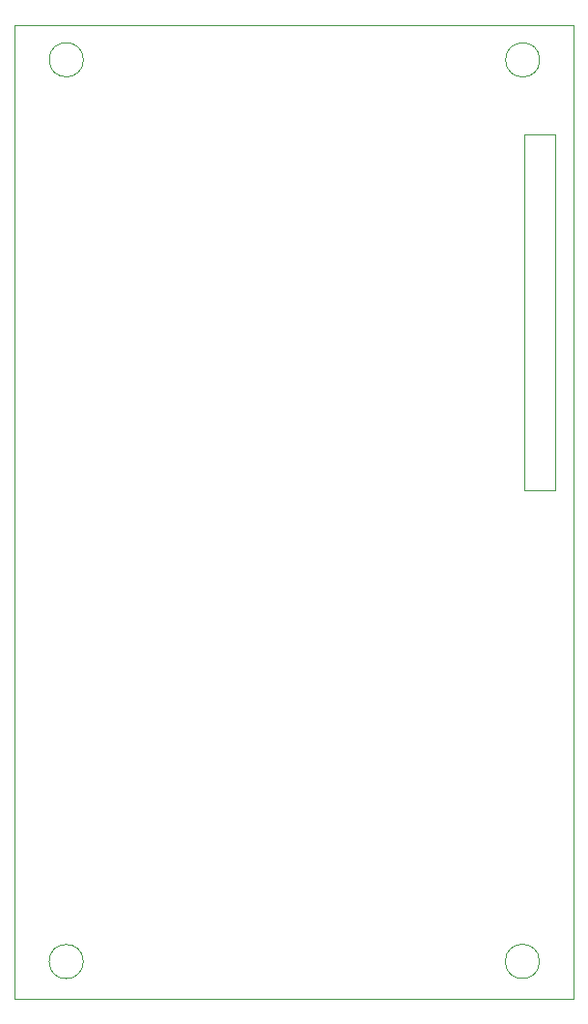
<source format=gbr>
%TF.GenerationSoftware,KiCad,Pcbnew,7.0.1*%
%TF.CreationDate,2023-11-03T16:30:39+00:00*%
%TF.ProjectId,SI4735,53493437-3335-42e6-9b69-6361645f7063,rev?*%
%TF.SameCoordinates,Original*%
%TF.FileFunction,Other,User*%
%FSLAX45Y45*%
G04 Gerber Fmt 4.5, Leading zero omitted, Abs format (unit mm)*
G04 Created by KiCad (PCBNEW 7.0.1) date 2023-11-03 16:30:39*
%MOMM*%
%LPD*%
G01*
G04 APERTURE LIST*
%TA.AperFunction,Profile*%
%ADD10C,0.050000*%
%TD*%
%TA.AperFunction,Profile*%
%ADD11C,0.100000*%
%TD*%
G04 APERTURE END LIST*
D10*
X17104000Y-8143000D02*
G75*
G03*
X17104000Y-8143000I-150000J0D01*
G01*
X13102000Y-8142000D02*
G75*
G03*
X13102000Y-8142000I-150000J0D01*
G01*
X13101000Y-16038000D02*
G75*
G03*
X13101000Y-16038000I-150000J0D01*
G01*
X16965500Y-8793000D02*
X17237000Y-8793000D01*
X17237000Y-11913000D01*
X16965500Y-11913000D01*
X16965500Y-8793000D01*
X17101000Y-16037000D02*
G75*
G03*
X17101000Y-16037000I-150000J0D01*
G01*
X12496500Y-7836500D02*
X17404000Y-7836500D01*
X17404000Y-16369000D01*
X12496500Y-16369000D01*
X12496500Y-7836500D01*
D11*
%TO.C,J3*%
X12499000Y-8804000D02*
X12499000Y-9664000D01*
%TO.C,J5*%
X12498500Y-10481000D02*
X12498500Y-11341000D01*
%TD*%
M02*

</source>
